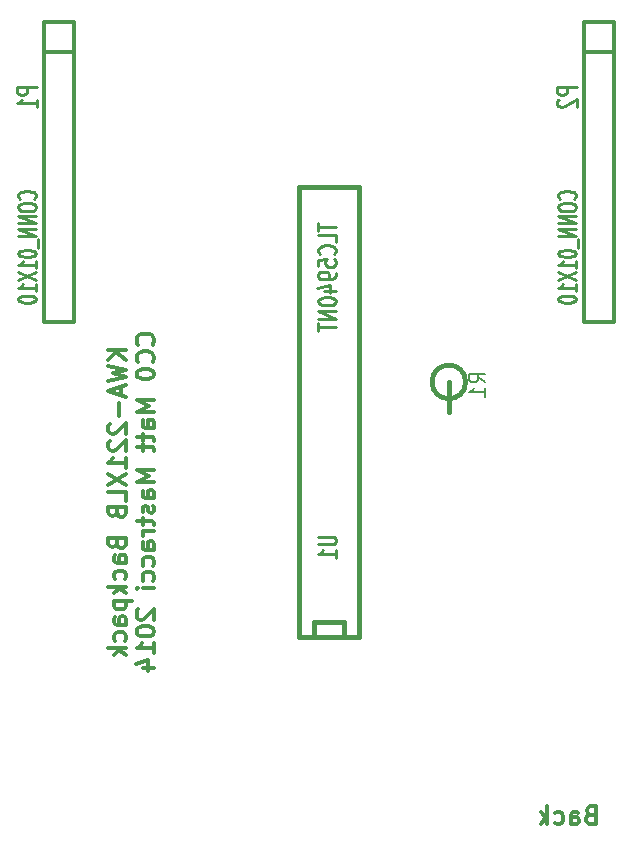
<source format=gbo>
G04 (created by PCBNEW (2013-07-07 BZR 4022)-stable) date 9/9/2014 6:41:59 PM*
%MOIN*%
G04 Gerber Fmt 3.4, Leading zero omitted, Abs format*
%FSLAX34Y34*%
G01*
G70*
G90*
G04 APERTURE LIST*
%ADD10C,0.00590551*%
%ADD11C,0.011811*%
%ADD12C,0.012*%
%ADD13C,0.015*%
%ADD14C,0.0107*%
%ADD15C,0.01*%
%ADD16C,0.01125*%
%ADD17C,0.008*%
G04 APERTURE END LIST*
G54D10*
G54D11*
X21739Y-26424D02*
X21148Y-26424D01*
X21739Y-26761D02*
X21401Y-26508D01*
X21148Y-26761D02*
X21485Y-26424D01*
X21148Y-26958D02*
X21739Y-27098D01*
X21317Y-27211D01*
X21739Y-27323D01*
X21148Y-27464D01*
X21570Y-27661D02*
X21570Y-27942D01*
X21739Y-27605D02*
X21148Y-27802D01*
X21739Y-27998D01*
X21514Y-28195D02*
X21514Y-28645D01*
X21204Y-28898D02*
X21176Y-28926D01*
X21148Y-28983D01*
X21148Y-29123D01*
X21176Y-29179D01*
X21204Y-29208D01*
X21260Y-29236D01*
X21317Y-29236D01*
X21401Y-29208D01*
X21739Y-28870D01*
X21739Y-29236D01*
X21204Y-29461D02*
X21176Y-29489D01*
X21148Y-29545D01*
X21148Y-29686D01*
X21176Y-29742D01*
X21204Y-29770D01*
X21260Y-29798D01*
X21317Y-29798D01*
X21401Y-29770D01*
X21739Y-29433D01*
X21739Y-29798D01*
X21739Y-30361D02*
X21739Y-30023D01*
X21739Y-30192D02*
X21148Y-30192D01*
X21232Y-30136D01*
X21289Y-30079D01*
X21317Y-30023D01*
X21148Y-30557D02*
X21739Y-30951D01*
X21148Y-30951D02*
X21739Y-30557D01*
X21739Y-31457D02*
X21739Y-31176D01*
X21148Y-31176D01*
X21429Y-31851D02*
X21457Y-31935D01*
X21485Y-31964D01*
X21542Y-31992D01*
X21626Y-31992D01*
X21682Y-31964D01*
X21710Y-31935D01*
X21739Y-31879D01*
X21739Y-31654D01*
X21148Y-31654D01*
X21148Y-31851D01*
X21176Y-31907D01*
X21204Y-31935D01*
X21260Y-31964D01*
X21317Y-31964D01*
X21373Y-31935D01*
X21401Y-31907D01*
X21429Y-31851D01*
X21429Y-31654D01*
X21429Y-32892D02*
X21457Y-32976D01*
X21485Y-33004D01*
X21542Y-33032D01*
X21626Y-33032D01*
X21682Y-33004D01*
X21710Y-32976D01*
X21739Y-32920D01*
X21739Y-32695D01*
X21148Y-32695D01*
X21148Y-32892D01*
X21176Y-32948D01*
X21204Y-32976D01*
X21260Y-33004D01*
X21317Y-33004D01*
X21373Y-32976D01*
X21401Y-32948D01*
X21429Y-32892D01*
X21429Y-32695D01*
X21739Y-33538D02*
X21429Y-33538D01*
X21373Y-33510D01*
X21345Y-33454D01*
X21345Y-33341D01*
X21373Y-33285D01*
X21710Y-33538D02*
X21739Y-33482D01*
X21739Y-33341D01*
X21710Y-33285D01*
X21654Y-33257D01*
X21598Y-33257D01*
X21542Y-33285D01*
X21514Y-33341D01*
X21514Y-33482D01*
X21485Y-33538D01*
X21710Y-34073D02*
X21739Y-34016D01*
X21739Y-33904D01*
X21710Y-33848D01*
X21682Y-33820D01*
X21626Y-33791D01*
X21457Y-33791D01*
X21401Y-33820D01*
X21373Y-33848D01*
X21345Y-33904D01*
X21345Y-34016D01*
X21373Y-34073D01*
X21739Y-34326D02*
X21148Y-34326D01*
X21514Y-34382D02*
X21739Y-34551D01*
X21345Y-34551D02*
X21570Y-34326D01*
X21345Y-34804D02*
X21935Y-34804D01*
X21373Y-34804D02*
X21345Y-34860D01*
X21345Y-34973D01*
X21373Y-35029D01*
X21401Y-35057D01*
X21457Y-35085D01*
X21626Y-35085D01*
X21682Y-35057D01*
X21710Y-35029D01*
X21739Y-34973D01*
X21739Y-34860D01*
X21710Y-34804D01*
X21739Y-35591D02*
X21429Y-35591D01*
X21373Y-35563D01*
X21345Y-35507D01*
X21345Y-35394D01*
X21373Y-35338D01*
X21710Y-35591D02*
X21739Y-35535D01*
X21739Y-35394D01*
X21710Y-35338D01*
X21654Y-35310D01*
X21598Y-35310D01*
X21542Y-35338D01*
X21514Y-35394D01*
X21514Y-35535D01*
X21485Y-35591D01*
X21710Y-36125D02*
X21739Y-36069D01*
X21739Y-35957D01*
X21710Y-35901D01*
X21682Y-35872D01*
X21626Y-35844D01*
X21457Y-35844D01*
X21401Y-35872D01*
X21373Y-35901D01*
X21345Y-35957D01*
X21345Y-36069D01*
X21373Y-36125D01*
X21739Y-36379D02*
X21148Y-36379D01*
X21514Y-36435D02*
X21739Y-36604D01*
X21345Y-36604D02*
X21570Y-36379D01*
X22627Y-26255D02*
X22655Y-26227D01*
X22683Y-26142D01*
X22683Y-26086D01*
X22655Y-26002D01*
X22599Y-25946D01*
X22543Y-25917D01*
X22430Y-25889D01*
X22346Y-25889D01*
X22233Y-25917D01*
X22177Y-25946D01*
X22121Y-26002D01*
X22093Y-26086D01*
X22093Y-26142D01*
X22121Y-26227D01*
X22149Y-26255D01*
X22627Y-26845D02*
X22655Y-26817D01*
X22683Y-26733D01*
X22683Y-26677D01*
X22655Y-26592D01*
X22599Y-26536D01*
X22543Y-26508D01*
X22430Y-26480D01*
X22346Y-26480D01*
X22233Y-26508D01*
X22177Y-26536D01*
X22121Y-26592D01*
X22093Y-26677D01*
X22093Y-26733D01*
X22121Y-26817D01*
X22149Y-26845D01*
X22093Y-27211D02*
X22093Y-27267D01*
X22121Y-27323D01*
X22149Y-27352D01*
X22205Y-27380D01*
X22318Y-27408D01*
X22458Y-27408D01*
X22571Y-27380D01*
X22627Y-27352D01*
X22655Y-27323D01*
X22683Y-27267D01*
X22683Y-27211D01*
X22655Y-27155D01*
X22627Y-27127D01*
X22571Y-27098D01*
X22458Y-27070D01*
X22318Y-27070D01*
X22205Y-27098D01*
X22149Y-27127D01*
X22121Y-27155D01*
X22093Y-27211D01*
X22683Y-28111D02*
X22093Y-28111D01*
X22515Y-28308D01*
X22093Y-28505D01*
X22683Y-28505D01*
X22683Y-29039D02*
X22374Y-29039D01*
X22318Y-29011D01*
X22290Y-28955D01*
X22290Y-28842D01*
X22318Y-28786D01*
X22655Y-29039D02*
X22683Y-28983D01*
X22683Y-28842D01*
X22655Y-28786D01*
X22599Y-28758D01*
X22543Y-28758D01*
X22487Y-28786D01*
X22458Y-28842D01*
X22458Y-28983D01*
X22430Y-29039D01*
X22290Y-29236D02*
X22290Y-29461D01*
X22093Y-29320D02*
X22599Y-29320D01*
X22655Y-29348D01*
X22683Y-29404D01*
X22683Y-29461D01*
X22290Y-29573D02*
X22290Y-29798D01*
X22093Y-29658D02*
X22599Y-29658D01*
X22655Y-29686D01*
X22683Y-29742D01*
X22683Y-29798D01*
X22683Y-30445D02*
X22093Y-30445D01*
X22515Y-30642D01*
X22093Y-30839D01*
X22683Y-30839D01*
X22683Y-31373D02*
X22374Y-31373D01*
X22318Y-31345D01*
X22290Y-31289D01*
X22290Y-31176D01*
X22318Y-31120D01*
X22655Y-31373D02*
X22683Y-31317D01*
X22683Y-31176D01*
X22655Y-31120D01*
X22599Y-31092D01*
X22543Y-31092D01*
X22487Y-31120D01*
X22458Y-31176D01*
X22458Y-31317D01*
X22430Y-31373D01*
X22655Y-31626D02*
X22683Y-31682D01*
X22683Y-31795D01*
X22655Y-31851D01*
X22599Y-31879D01*
X22571Y-31879D01*
X22515Y-31851D01*
X22487Y-31795D01*
X22487Y-31710D01*
X22458Y-31654D01*
X22402Y-31626D01*
X22374Y-31626D01*
X22318Y-31654D01*
X22290Y-31710D01*
X22290Y-31795D01*
X22318Y-31851D01*
X22290Y-32048D02*
X22290Y-32273D01*
X22093Y-32132D02*
X22599Y-32132D01*
X22655Y-32160D01*
X22683Y-32217D01*
X22683Y-32273D01*
X22683Y-32470D02*
X22290Y-32470D01*
X22402Y-32470D02*
X22346Y-32498D01*
X22318Y-32526D01*
X22290Y-32582D01*
X22290Y-32638D01*
X22683Y-33088D02*
X22374Y-33088D01*
X22318Y-33060D01*
X22290Y-33004D01*
X22290Y-32892D01*
X22318Y-32835D01*
X22655Y-33088D02*
X22683Y-33032D01*
X22683Y-32892D01*
X22655Y-32835D01*
X22599Y-32807D01*
X22543Y-32807D01*
X22487Y-32835D01*
X22458Y-32892D01*
X22458Y-33032D01*
X22430Y-33088D01*
X22655Y-33623D02*
X22683Y-33566D01*
X22683Y-33454D01*
X22655Y-33398D01*
X22627Y-33370D01*
X22571Y-33341D01*
X22402Y-33341D01*
X22346Y-33370D01*
X22318Y-33398D01*
X22290Y-33454D01*
X22290Y-33566D01*
X22318Y-33623D01*
X22655Y-34129D02*
X22683Y-34073D01*
X22683Y-33960D01*
X22655Y-33904D01*
X22627Y-33876D01*
X22571Y-33848D01*
X22402Y-33848D01*
X22346Y-33876D01*
X22318Y-33904D01*
X22290Y-33960D01*
X22290Y-34073D01*
X22318Y-34129D01*
X22683Y-34382D02*
X22290Y-34382D01*
X22093Y-34382D02*
X22121Y-34354D01*
X22149Y-34382D01*
X22121Y-34410D01*
X22093Y-34382D01*
X22149Y-34382D01*
X22149Y-35085D02*
X22121Y-35113D01*
X22093Y-35169D01*
X22093Y-35310D01*
X22121Y-35366D01*
X22149Y-35394D01*
X22205Y-35422D01*
X22262Y-35422D01*
X22346Y-35394D01*
X22683Y-35057D01*
X22683Y-35422D01*
X22093Y-35788D02*
X22093Y-35844D01*
X22121Y-35901D01*
X22149Y-35929D01*
X22205Y-35957D01*
X22318Y-35985D01*
X22458Y-35985D01*
X22571Y-35957D01*
X22627Y-35929D01*
X22655Y-35901D01*
X22683Y-35844D01*
X22683Y-35788D01*
X22655Y-35732D01*
X22627Y-35704D01*
X22571Y-35676D01*
X22458Y-35647D01*
X22318Y-35647D01*
X22205Y-35676D01*
X22149Y-35704D01*
X22121Y-35732D01*
X22093Y-35788D01*
X22683Y-36547D02*
X22683Y-36210D01*
X22683Y-36379D02*
X22093Y-36379D01*
X22177Y-36322D01*
X22233Y-36266D01*
X22262Y-36210D01*
X22290Y-37053D02*
X22683Y-37053D01*
X22065Y-36913D02*
X22487Y-36772D01*
X22487Y-37138D01*
X37217Y-41929D02*
X37132Y-41957D01*
X37104Y-41985D01*
X37076Y-42042D01*
X37076Y-42126D01*
X37104Y-42182D01*
X37132Y-42210D01*
X37188Y-42239D01*
X37413Y-42239D01*
X37413Y-41648D01*
X37217Y-41648D01*
X37160Y-41676D01*
X37132Y-41704D01*
X37104Y-41760D01*
X37104Y-41817D01*
X37132Y-41873D01*
X37160Y-41901D01*
X37217Y-41929D01*
X37413Y-41929D01*
X36570Y-42239D02*
X36570Y-41929D01*
X36598Y-41873D01*
X36654Y-41845D01*
X36767Y-41845D01*
X36823Y-41873D01*
X36570Y-42210D02*
X36626Y-42239D01*
X36767Y-42239D01*
X36823Y-42210D01*
X36851Y-42154D01*
X36851Y-42098D01*
X36823Y-42042D01*
X36767Y-42014D01*
X36626Y-42014D01*
X36570Y-41985D01*
X36035Y-42210D02*
X36092Y-42239D01*
X36204Y-42239D01*
X36260Y-42210D01*
X36289Y-42182D01*
X36317Y-42126D01*
X36317Y-41957D01*
X36289Y-41901D01*
X36260Y-41873D01*
X36204Y-41845D01*
X36092Y-41845D01*
X36035Y-41873D01*
X35782Y-42239D02*
X35782Y-41648D01*
X35726Y-42014D02*
X35557Y-42239D01*
X35557Y-41845D02*
X35782Y-42070D01*
G54D12*
X38000Y-15500D02*
X37000Y-15500D01*
X37000Y-15500D02*
X37000Y-25500D01*
X37000Y-25500D02*
X38000Y-25500D01*
X38000Y-25500D02*
X38000Y-15500D01*
X38000Y-16500D02*
X37000Y-16500D01*
X20000Y-15500D02*
X19000Y-15500D01*
X19000Y-15500D02*
X19000Y-25500D01*
X19000Y-25500D02*
X20000Y-25500D01*
X20000Y-25500D02*
X20000Y-15500D01*
X20000Y-16500D02*
X19000Y-16500D01*
G54D13*
X29500Y-36000D02*
X29500Y-21000D01*
X29500Y-21000D02*
X27500Y-21000D01*
X27500Y-21000D02*
X27500Y-36000D01*
X27500Y-36000D02*
X29500Y-36000D01*
X29000Y-36000D02*
X29000Y-35500D01*
X29000Y-35500D02*
X28000Y-35500D01*
X28000Y-35500D02*
X28000Y-36000D01*
X32500Y-27500D02*
X32500Y-28500D01*
X33059Y-27500D02*
G75*
G03X33059Y-27500I-559J0D01*
G74*
G01*
G54D14*
X36775Y-17684D02*
X36094Y-17684D01*
X36094Y-17847D01*
X36127Y-17887D01*
X36159Y-17908D01*
X36224Y-17928D01*
X36321Y-17928D01*
X36386Y-17908D01*
X36418Y-17887D01*
X36451Y-17847D01*
X36451Y-17684D01*
X36159Y-18091D02*
X36127Y-18112D01*
X36094Y-18152D01*
X36094Y-18254D01*
X36127Y-18295D01*
X36159Y-18315D01*
X36224Y-18336D01*
X36289Y-18336D01*
X36386Y-18315D01*
X36775Y-18071D01*
X36775Y-18336D01*
G54D12*
G54D15*
X36685Y-21390D02*
X36714Y-21371D01*
X36742Y-21314D01*
X36742Y-21276D01*
X36714Y-21219D01*
X36657Y-21180D01*
X36600Y-21161D01*
X36485Y-21142D01*
X36400Y-21142D01*
X36285Y-21161D01*
X36228Y-21180D01*
X36171Y-21219D01*
X36142Y-21276D01*
X36142Y-21314D01*
X36171Y-21371D01*
X36200Y-21390D01*
X36142Y-21638D02*
X36142Y-21714D01*
X36171Y-21752D01*
X36228Y-21790D01*
X36342Y-21809D01*
X36542Y-21809D01*
X36657Y-21790D01*
X36714Y-21752D01*
X36742Y-21714D01*
X36742Y-21638D01*
X36714Y-21600D01*
X36657Y-21561D01*
X36542Y-21542D01*
X36342Y-21542D01*
X36228Y-21561D01*
X36171Y-21600D01*
X36142Y-21638D01*
X36742Y-21980D02*
X36142Y-21980D01*
X36742Y-22209D01*
X36142Y-22209D01*
X36742Y-22400D02*
X36142Y-22400D01*
X36742Y-22628D01*
X36142Y-22628D01*
X36800Y-22723D02*
X36800Y-23028D01*
X36142Y-23200D02*
X36142Y-23238D01*
X36171Y-23276D01*
X36200Y-23295D01*
X36257Y-23314D01*
X36371Y-23333D01*
X36514Y-23333D01*
X36628Y-23314D01*
X36685Y-23295D01*
X36714Y-23276D01*
X36742Y-23238D01*
X36742Y-23200D01*
X36714Y-23161D01*
X36685Y-23142D01*
X36628Y-23123D01*
X36514Y-23104D01*
X36371Y-23104D01*
X36257Y-23123D01*
X36200Y-23142D01*
X36171Y-23161D01*
X36142Y-23200D01*
X36742Y-23714D02*
X36742Y-23485D01*
X36742Y-23600D02*
X36142Y-23600D01*
X36228Y-23561D01*
X36285Y-23523D01*
X36314Y-23485D01*
X36142Y-23847D02*
X36742Y-24114D01*
X36142Y-24114D02*
X36742Y-23847D01*
X36742Y-24476D02*
X36742Y-24247D01*
X36742Y-24361D02*
X36142Y-24361D01*
X36228Y-24323D01*
X36285Y-24285D01*
X36314Y-24247D01*
X36142Y-24723D02*
X36142Y-24761D01*
X36171Y-24800D01*
X36200Y-24819D01*
X36257Y-24838D01*
X36371Y-24857D01*
X36514Y-24857D01*
X36628Y-24838D01*
X36685Y-24819D01*
X36714Y-24800D01*
X36742Y-24761D01*
X36742Y-24723D01*
X36714Y-24685D01*
X36685Y-24666D01*
X36628Y-24647D01*
X36514Y-24628D01*
X36371Y-24628D01*
X36257Y-24647D01*
X36200Y-24666D01*
X36171Y-24685D01*
X36142Y-24723D01*
G54D12*
G54D14*
X18775Y-17684D02*
X18094Y-17684D01*
X18094Y-17847D01*
X18127Y-17887D01*
X18159Y-17908D01*
X18224Y-17928D01*
X18321Y-17928D01*
X18386Y-17908D01*
X18418Y-17887D01*
X18451Y-17847D01*
X18451Y-17684D01*
X18775Y-18336D02*
X18775Y-18091D01*
X18775Y-18214D02*
X18094Y-18214D01*
X18191Y-18173D01*
X18256Y-18132D01*
X18289Y-18091D01*
G54D12*
G54D15*
X18685Y-21390D02*
X18714Y-21371D01*
X18742Y-21314D01*
X18742Y-21276D01*
X18714Y-21219D01*
X18657Y-21180D01*
X18600Y-21161D01*
X18485Y-21142D01*
X18400Y-21142D01*
X18285Y-21161D01*
X18228Y-21180D01*
X18171Y-21219D01*
X18142Y-21276D01*
X18142Y-21314D01*
X18171Y-21371D01*
X18200Y-21390D01*
X18142Y-21638D02*
X18142Y-21714D01*
X18171Y-21752D01*
X18228Y-21790D01*
X18342Y-21809D01*
X18542Y-21809D01*
X18657Y-21790D01*
X18714Y-21752D01*
X18742Y-21714D01*
X18742Y-21638D01*
X18714Y-21600D01*
X18657Y-21561D01*
X18542Y-21542D01*
X18342Y-21542D01*
X18228Y-21561D01*
X18171Y-21600D01*
X18142Y-21638D01*
X18742Y-21980D02*
X18142Y-21980D01*
X18742Y-22209D01*
X18142Y-22209D01*
X18742Y-22400D02*
X18142Y-22400D01*
X18742Y-22628D01*
X18142Y-22628D01*
X18800Y-22723D02*
X18800Y-23028D01*
X18142Y-23200D02*
X18142Y-23238D01*
X18171Y-23276D01*
X18200Y-23295D01*
X18257Y-23314D01*
X18371Y-23333D01*
X18514Y-23333D01*
X18628Y-23314D01*
X18685Y-23295D01*
X18714Y-23276D01*
X18742Y-23238D01*
X18742Y-23200D01*
X18714Y-23161D01*
X18685Y-23142D01*
X18628Y-23123D01*
X18514Y-23104D01*
X18371Y-23104D01*
X18257Y-23123D01*
X18200Y-23142D01*
X18171Y-23161D01*
X18142Y-23200D01*
X18742Y-23714D02*
X18742Y-23485D01*
X18742Y-23600D02*
X18142Y-23600D01*
X18228Y-23561D01*
X18285Y-23523D01*
X18314Y-23485D01*
X18142Y-23847D02*
X18742Y-24114D01*
X18142Y-24114D02*
X18742Y-23847D01*
X18742Y-24476D02*
X18742Y-24247D01*
X18742Y-24361D02*
X18142Y-24361D01*
X18228Y-24323D01*
X18285Y-24285D01*
X18314Y-24247D01*
X18142Y-24723D02*
X18142Y-24761D01*
X18171Y-24800D01*
X18200Y-24819D01*
X18257Y-24838D01*
X18371Y-24857D01*
X18514Y-24857D01*
X18628Y-24838D01*
X18685Y-24819D01*
X18714Y-24800D01*
X18742Y-24761D01*
X18742Y-24723D01*
X18714Y-24685D01*
X18685Y-24666D01*
X18628Y-24647D01*
X18514Y-24628D01*
X18371Y-24628D01*
X18257Y-24647D01*
X18200Y-24666D01*
X18171Y-24685D01*
X18142Y-24723D01*
G54D12*
G54D16*
X28142Y-32657D02*
X28628Y-32657D01*
X28685Y-32678D01*
X28714Y-32700D01*
X28742Y-32742D01*
X28742Y-32828D01*
X28714Y-32871D01*
X28685Y-32892D01*
X28628Y-32914D01*
X28142Y-32914D01*
X28742Y-33364D02*
X28742Y-33107D01*
X28742Y-33235D02*
X28142Y-33235D01*
X28228Y-33192D01*
X28285Y-33150D01*
X28314Y-33107D01*
G54D12*
G54D16*
X28142Y-22200D02*
X28142Y-22457D01*
X28742Y-22328D02*
X28142Y-22328D01*
X28742Y-22821D02*
X28742Y-22607D01*
X28142Y-22607D01*
X28685Y-23228D02*
X28714Y-23207D01*
X28742Y-23142D01*
X28742Y-23100D01*
X28714Y-23035D01*
X28657Y-22992D01*
X28600Y-22971D01*
X28485Y-22950D01*
X28400Y-22950D01*
X28285Y-22971D01*
X28228Y-22992D01*
X28171Y-23035D01*
X28142Y-23100D01*
X28142Y-23142D01*
X28171Y-23207D01*
X28200Y-23228D01*
X28142Y-23635D02*
X28142Y-23421D01*
X28428Y-23400D01*
X28400Y-23421D01*
X28371Y-23464D01*
X28371Y-23571D01*
X28400Y-23614D01*
X28428Y-23635D01*
X28485Y-23657D01*
X28628Y-23657D01*
X28685Y-23635D01*
X28714Y-23614D01*
X28742Y-23571D01*
X28742Y-23464D01*
X28714Y-23421D01*
X28685Y-23400D01*
X28742Y-23871D02*
X28742Y-23957D01*
X28714Y-24000D01*
X28685Y-24021D01*
X28600Y-24064D01*
X28485Y-24085D01*
X28257Y-24085D01*
X28200Y-24064D01*
X28171Y-24042D01*
X28142Y-24000D01*
X28142Y-23914D01*
X28171Y-23871D01*
X28200Y-23850D01*
X28257Y-23828D01*
X28400Y-23828D01*
X28457Y-23850D01*
X28485Y-23871D01*
X28514Y-23914D01*
X28514Y-24000D01*
X28485Y-24042D01*
X28457Y-24064D01*
X28400Y-24085D01*
X28342Y-24471D02*
X28742Y-24471D01*
X28114Y-24364D02*
X28542Y-24257D01*
X28542Y-24535D01*
X28142Y-24792D02*
X28142Y-24835D01*
X28171Y-24878D01*
X28200Y-24900D01*
X28257Y-24921D01*
X28371Y-24942D01*
X28514Y-24942D01*
X28628Y-24921D01*
X28685Y-24900D01*
X28714Y-24878D01*
X28742Y-24835D01*
X28742Y-24792D01*
X28714Y-24750D01*
X28685Y-24728D01*
X28628Y-24707D01*
X28514Y-24685D01*
X28371Y-24685D01*
X28257Y-24707D01*
X28200Y-24728D01*
X28171Y-24750D01*
X28142Y-24792D01*
X28742Y-25135D02*
X28142Y-25135D01*
X28742Y-25392D01*
X28142Y-25392D01*
X28142Y-25542D02*
X28142Y-25800D01*
X28742Y-25671D02*
X28142Y-25671D01*
G54D12*
G54D17*
X33722Y-27516D02*
X33460Y-27350D01*
X33722Y-27230D02*
X33172Y-27230D01*
X33172Y-27421D01*
X33198Y-27469D01*
X33225Y-27492D01*
X33277Y-27516D01*
X33355Y-27516D01*
X33408Y-27492D01*
X33434Y-27469D01*
X33460Y-27421D01*
X33460Y-27230D01*
X33722Y-27992D02*
X33722Y-27707D01*
X33722Y-27850D02*
X33172Y-27850D01*
X33251Y-27802D01*
X33303Y-27754D01*
X33329Y-27707D01*
M02*

</source>
